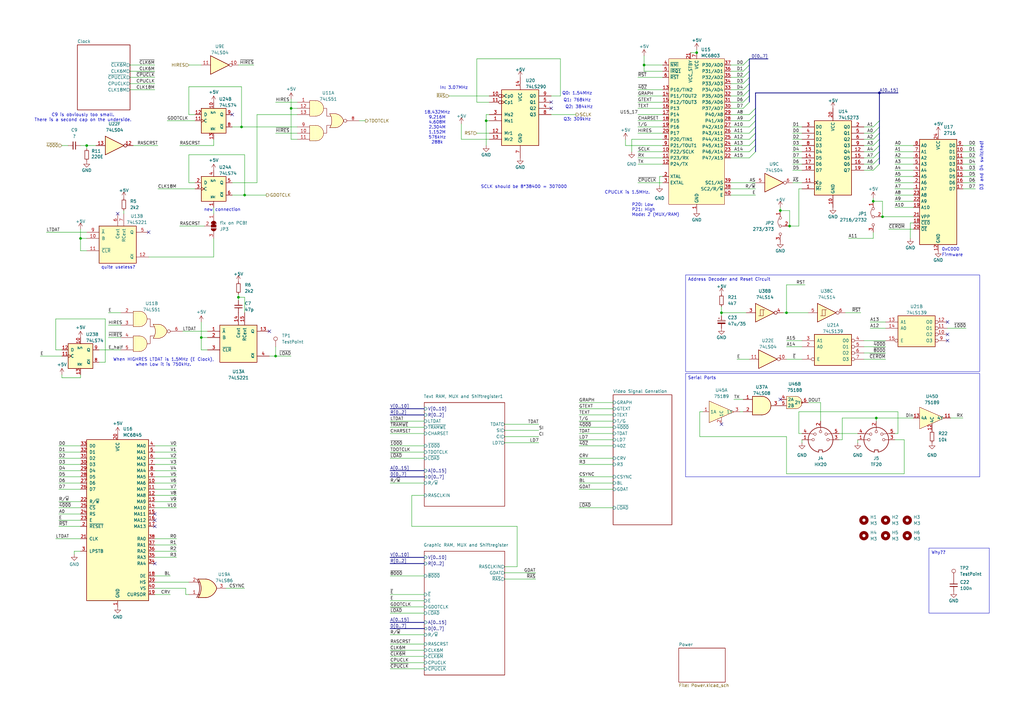
<source format=kicad_sch>
(kicad_sch (version 20231120) (generator "eeschema") (generator_version "8.0")
  (paper "A3")
  (title_block (title "EVA1 (Epson Video Adapter)") (date "2025-01-09") (rev "v0.1") (company "100% Offner") (comment 1 "v0.1: Initial Release"))
  (junction (at 33.02 97.79))
  (junction (at 113.03 146.05))
  (junction (at 358.14 82.55))
  (junction (at 359.41 171.45))
  (junction (at 199.39 49.53))
  (junction (at 295.91 128.27))
  (junction (at 361.95 88.9))
  (junction (at 97.79 121.92))
  (junction (at 99.06 52.07))
  (junction (at 264.16 26.67))
  (junction (at 322.58 128.27))
  (junction (at 35.56 59.69))
  (junction (at 100.33 80.01))
  (junction (at 285.75 21.59))
  (junction (at 320.04 86.36))
  (junction (at 119.38 44.45))
  (junction (at 323.85 92.71))
  (junction (at 82.55 138.43))
  (junction (at 360.68 38.1))
  (no_connect (at 63.5 213.36))
  (no_connect (at 388.62 132.08))
  (no_connect (at 95.25 46.99))
  (no_connect (at 388.62 139.7))
  (no_connect (at 226.06 41.91))
  (no_connect (at 63.5 215.9))
  (no_connect (at 226.06 44.45))
  (no_connect (at 388.62 137.16))
  (no_connect (at 48.26 87.63))
  (no_connect (at 110.49 135.89))
  (no_connect (at 63.5 231.14))
  (no_connect (at 60.96 95.25))
  (no_connect (at 320.04 163.83))
  (no_connect (at 295.91 173.99))
  (no_connect (at 63.5 210.82))
  (bus_entry (at 309.88 54.61) (size -2.54 2.54))
  (bus_entry (at 360.68 57.15) (size -2.54 2.54))
  (bus_entry (at 309.88 62.23) (size -2.54 2.54))
  (bus_entry (at 309.88 46.99) (size -2.54 2.54))
  (bus_entry (at 307.34 39.37) (size -2.54 2.54))
  (bus_entry (at 309.88 49.53) (size -2.54 2.54))
  (bus_entry (at 309.88 52.07) (size -2.54 2.54))
  (bus_entry (at 307.34 41.91) (size -2.54 2.54))
  (bus_entry (at 360.68 49.53) (size -2.54 2.54))
  (bus_entry (at 307.34 24.13) (size -2.54 2.54))
  (bus_entry (at 360.68 64.77) (size -2.54 2.54))
  (bus_entry (at 309.88 57.15) (size -2.54 2.54))
  (bus_entry (at 360.68 59.69) (size -2.54 2.54))
  (bus_entry (at 360.68 54.61) (size -2.54 2.54))
  (bus_entry (at 307.34 34.29) (size -2.54 2.54))
  (bus_entry (at 360.68 52.07) (size -2.54 2.54))
  (bus_entry (at 307.34 26.67) (size -2.54 2.54))
  (bus_entry (at 309.88 44.45) (size -2.54 2.54))
  (bus_entry (at 360.68 67.31) (size -2.54 2.54))
  (bus_entry (at 307.34 29.21) (size -2.54 2.54))
  (bus_entry (at 309.88 59.69) (size -2.54 2.54))
  (bus_entry (at 307.34 31.75) (size -2.54 2.54))
  (bus_entry (at 360.68 62.23) (size -2.54 2.54))
  (bus_entry (at 307.34 36.83) (size -2.54 2.54))
  (wire (pts (xy 370.84 180.34) (xy 370.84 194.31)))
  (wire (pts (xy 299.72 59.69) (xy 307.34 59.69)))
  (wire (pts (xy 44.45 138.43) (xy 49.53 138.43)))
  (wire (pts (xy 76.2 243.84) (xy 76.2 241.3)))
  (wire (pts (xy 299.72 62.23) (xy 307.34 62.23)))
  (wire (pts (xy 261.62 39.37) (xy 271.78 39.37)))
  (wire (pts (xy 237.49 165.1) (xy 251.46 165.1)))
  (wire (pts (xy 24.13 200.66) (xy 33.02 200.66)))
  (wire (pts (xy 63.5 208.28) (xy 72.39 208.28)))
  (wire (pts (xy 73.66 92.71) (xy 83.82 92.71)))
  (wire (pts (xy 160.02 274.32) (xy 173.99 274.32)))
  (wire (pts (xy 33.02 154.94) (xy 33.02 153.67)))
  (wire (pts (xy 322.58 116.84) (xy 330.2 116.84)))
  (wire (pts (xy 110.49 146.05) (xy 113.03 146.05)))
  (wire (pts (xy 299.72 80.01) (xy 309.88 80.01)))
  (bus (pts (xy 307.34 34.29) (xy 307.34 31.75)))
  (wire (pts (xy 95.25 74.93) (xy 105.41 74.93)))
  (wire (pts (xy 299.72 36.83) (xy 304.8 36.83)))
  (wire (pts (xy 53.34 36.83) (xy 63.5 36.83)))
  (wire (pts (xy 63.5 241.3) (xy 76.2 241.3)))
  (wire (pts (xy 22.86 220.98) (xy 33.02 220.98)))
  (bus (pts (xy 309.88 57.15) (xy 309.88 54.61)))
  (wire (pts (xy 367.03 74.93) (xy 374.65 74.93)))
  (wire (pts (xy 359.41 172.72) (xy 359.41 171.45)))
  (wire (pts (xy 200.66 57.15) (xy 189.23 57.15)))
  (wire (pts (xy 256.54 57.15) (xy 256.54 59.69)))
  (wire (pts (xy 73.66 59.69) (xy 87.63 59.69)))
  (wire (pts (xy 344.17 177.8) (xy 351.79 177.8)))
  (wire (pts (xy 77.47 26.67) (xy 82.55 26.67)))
  (wire (pts (xy 367.03 59.69) (xy 374.65 59.69)))
  (wire (pts (xy 322.58 179.07) (xy 287.02 179.07)))
  (wire (pts (xy 328.93 181.61) (xy 328.93 180.34)))
  (wire (pts (xy 364.49 93.98) (xy 374.65 93.98)))
  (wire (pts (xy 207.01 181.61) (xy 220.98 181.61)))
  (wire (pts (xy 95.25 52.07) (xy 99.06 52.07)))
  (bus (pts (xy 173.99 257.81) (xy 160.02 257.81)))
  (wire (pts (xy 394.97 74.93) (xy 400.05 74.93)))
  (wire (pts (xy 99.06 35.56) (xy 77.47 35.56)))
  (wire (pts (xy 160.02 246.38) (xy 173.99 246.38)))
  (wire (pts (xy 299.72 46.99) (xy 307.34 46.99)))
  (wire (pts (xy 63.5 228.6) (xy 72.39 228.6)))
  (wire (pts (xy 354.33 57.15) (xy 358.14 57.15)))
  (wire (pts (xy 299.72 77.47) (xy 309.88 77.47)))
  (wire (pts (xy 322.58 128.27) (xy 331.47 128.27)))
  (wire (pts (xy 354.33 52.07) (xy 358.14 52.07)))
  (wire (pts (xy 63.5 236.22) (xy 69.85 236.22)))
  (wire (pts (xy 325.12 54.61) (xy 328.93 54.61)))
  (wire (pts (xy 24.13 210.82) (xy 33.02 210.82)))
  (wire (pts (xy 336.55 165.1) (xy 336.55 172.72)))
  (wire (pts (xy 25.4 59.69) (xy 27.94 59.69)))
  (wire (pts (xy 322.58 194.31) (xy 322.58 179.07)))
  (wire (pts (xy 87.63 59.69) (xy 87.63 57.15)))
  (wire (pts (xy 303.53 168.91) (xy 304.8 168.91)))
  (bus (pts (xy 360.68 38.1) (xy 360.68 49.53)))
  (wire (pts (xy 168.91 215.9) (xy 168.91 203.2)))
  (wire (pts (xy 99.06 52.07) (xy 121.92 52.07)))
  (wire (pts (xy 173.99 260.35) (xy 160.02 260.35)))
  (wire (pts (xy 325.12 52.07) (xy 328.93 52.07)))
  (wire (pts (xy 24.13 193.04) (xy 33.02 193.04)))
  (wire (pts (xy 149.86 49.53) (xy 147.32 49.53)))
  (wire (pts (xy 200.66 49.53) (xy 199.39 49.53)))
  (wire (pts (xy 63.5 205.74) (xy 72.39 205.74)))
  (wire (pts (xy 261.62 54.61) (xy 271.78 54.61)))
  (wire (pts (xy 160.02 248.92) (xy 173.99 248.92)))
  (wire (pts (xy 40.64 143.51) (xy 49.53 143.51)))
  (wire (pts (xy 237.49 170.18) (xy 251.46 170.18)))
  (wire (pts (xy 325.12 57.15) (xy 328.93 57.15)))
  (wire (pts (xy 105.41 46.99) (xy 105.41 74.93)))
  (wire (pts (xy 259.08 57.15) (xy 259.08 62.23)))
  (wire (pts (xy 261.62 46.99) (xy 271.78 46.99)))
  (wire (pts (xy 25.4 154.94) (xy 33.02 154.94)))
  (wire (pts (xy 325.12 64.77) (xy 328.93 64.77)))
  (wire (pts (xy 327.66 168.91) (xy 368.3 168.91)))
  (wire (pts (xy 24.13 190.5) (xy 33.02 190.5)))
  (bus (pts (xy 307.34 26.67) (xy 307.34 24.13)))
  (wire (pts (xy 295.91 129.54) (xy 295.91 128.27)))
  (wire (pts (xy 113.03 142.24) (xy 113.03 146.05)))
  (wire (pts (xy 299.72 34.29) (xy 304.8 34.29)))
  (wire (pts (xy 44.45 133.35) (xy 49.53 133.35)))
  (wire (pts (xy 97.79 121.92) (xy 100.33 121.92)))
  (wire (pts (xy 325.12 67.31) (xy 328.93 67.31)))
  (wire (pts (xy 237.49 208.28) (xy 251.46 208.28)))
  (wire (pts (xy 207.01 237.49) (xy 219.71 237.49)))
  (wire (pts (xy 361.95 82.55) (xy 361.95 88.9)))
  (wire (pts (xy 367.03 69.85) (xy 374.65 69.85)))
  (wire (pts (xy 287.02 168.91) (xy 288.29 168.91)))
  (wire (pts (xy 82.55 138.43) (xy 85.09 138.43)))
  (wire (pts (xy 328.93 177.8) (xy 327.66 177.8)))
  (wire (pts (xy 24.13 187.96) (xy 33.02 187.96)))
  (wire (pts (xy 160.02 182.88) (xy 173.99 182.88)))
  (wire (pts (xy 261.62 64.77) (xy 271.78 64.77)))
  (wire (pts (xy 299.72 44.45) (xy 304.8 44.45)))
  (wire (pts (xy 237.49 167.64) (xy 251.46 167.64)))
  (wire (pts (xy 354.33 54.61) (xy 358.14 54.61)))
  (wire (pts (xy 394.97 62.23) (xy 400.05 62.23)))
  (wire (pts (xy 394.97 64.77) (xy 400.05 64.77)))
  (wire (pts (xy 374.65 91.44) (xy 373.38 91.44)))
  (wire (pts (xy 24.13 215.9) (xy 33.02 215.9)))
  (wire (pts (xy 43.18 148.59) (xy 43.18 130.81)))
  (wire (pts (xy 63.5 185.42) (xy 72.39 185.42)))
  (wire (pts (xy 299.72 57.15) (xy 307.34 57.15)))
  (wire (pts (xy 63.5 200.66) (xy 72.39 200.66)))
  (wire (pts (xy 367.03 77.47) (xy 374.65 77.47)))
  (wire (pts (xy 394.97 77.47) (xy 400.05 77.47)))
  (wire (pts (xy 104.14 26.67) (xy 97.79 26.67)))
  (wire (pts (xy 119.38 57.15) (xy 121.92 57.15)))
  (wire (pts (xy 199.39 46.99) (xy 199.39 49.53)))
  (wire (pts (xy 207.01 234.95) (xy 219.71 234.95)))
  (bus (pts (xy 173.99 193.04) (xy 160.02 193.04)))
  (wire (pts (xy 87.63 105.41) (xy 87.63 97.79)))
  (bus (pts (xy 360.68 64.77) (xy 360.68 62.23)))
  (wire (pts (xy 207.01 232.41) (xy 212.09 232.41)))
  (wire (pts (xy 77.47 35.56) (xy 77.47 46.99)))
  (wire (pts (xy 212.09 215.9) (xy 168.91 215.9)))
  (wire (pts (xy 363.22 147.32) (xy 354.33 147.32)))
  (wire (pts (xy 299.72 39.37) (xy 304.8 39.37)))
  (bus (pts (xy 360.68 38.1) (xy 368.3 38.1)))
  (wire (pts (xy 354.33 142.24) (xy 363.22 142.24)))
  (wire (pts (xy 100.33 80.01) (xy 109.22 80.01)))
  (wire (pts (xy 237.49 182.88) (xy 251.46 182.88)))
  (wire (pts (xy 24.13 182.88) (xy 33.02 182.88)))
  (bus (pts (xy 309.88 38.1) (xy 360.68 38.1)))
  (wire (pts (xy 264.16 29.21) (xy 271.78 29.21)))
  (wire (pts (xy 99.06 35.56) (xy 99.06 52.07)))
  (wire (pts (xy 322.58 142.24) (xy 328.93 142.24)))
  (wire (pts (xy 354.33 62.23) (xy 358.14 62.23)))
  (wire (pts (xy 359.41 171.45) (xy 374.65 171.45)))
  (bus (pts (xy 309.88 52.07) (xy 309.88 49.53)))
  (wire (pts (xy 261.62 44.45) (xy 271.78 44.45)))
  (wire (pts (xy 287.02 179.07) (xy 287.02 168.91)))
  (wire (pts (xy 226.06 39.37) (xy 229.87 39.37)))
  (wire (pts (xy 302.26 147.32) (xy 307.34 147.32)))
  (wire (pts (xy 100.33 80.01) (xy 100.33 63.5)))
  (wire (pts (xy 189.23 50.8) (xy 189.23 57.15)))
  (wire (pts (xy 300.99 163.83) (xy 304.8 163.83)))
  (wire (pts (xy 271.78 26.67) (xy 264.16 26.67)))
  (wire (pts (xy 100.33 63.5) (xy 77.47 63.5)))
  (wire (pts (xy 160.02 264.16) (xy 173.99 264.16)))
  (bus (pts (xy 160.02 167.64) (xy 173.99 167.64)))
  (wire (pts (xy 299.72 49.53) (xy 307.34 49.53)))
  (wire (pts (xy 388.62 134.62) (xy 396.24 134.62)))
  (wire (pts (xy 24.13 198.12) (xy 33.02 198.12)))
  (bus (pts (xy 173.99 195.58) (xy 160.02 195.58)))
  (wire (pts (xy 394.97 69.85) (xy 400.05 69.85)))
  (wire (pts (xy 63.5 226.06) (xy 72.39 226.06)))
  (wire (pts (xy 195.58 41.91) (xy 200.66 41.91)))
  (wire (pts (xy 24.13 205.74) (xy 33.02 205.74)))
  (bus (pts (xy 360.68 59.69) (xy 360.68 57.15)))
  (wire (pts (xy 261.62 36.83) (xy 271.78 36.83)))
  (wire (pts (xy 368.3 168.91) (xy 368.3 177.8)))
  (wire (pts (xy 119.38 40.64) (xy 119.38 44.45)))
  (wire (pts (xy 367.03 80.01) (xy 374.65 80.01)))
  (wire (pts (xy 323.85 86.36) (xy 323.85 92.71)))
  (bus (pts (xy 160.02 228.6) (xy 173.99 228.6)))
  (wire (pts (xy 63.5 198.12) (xy 72.39 198.12)))
  (wire (pts (xy 299.72 26.67) (xy 304.8 26.67)))
  (wire (pts (xy 237.49 198.12) (xy 251.46 198.12)))
  (bus (pts (xy 173.99 255.27) (xy 160.02 255.27)))
  (wire (pts (xy 325.12 59.69) (xy 328.93 59.69)))
  (wire (pts (xy 195.58 24.13) (xy 195.58 41.91)))
  (wire (pts (xy 63.5 190.5) (xy 72.39 190.5)))
  (wire (pts (xy 358.14 82.55) (xy 361.95 82.55)))
  (wire (pts (xy 237.49 200.66) (xy 251.46 200.66)))
  (wire (pts (xy 358.14 81.28) (xy 358.14 82.55)))
  (wire (pts (xy 270.51 72.39) (xy 270.51 76.2)))
  (wire (pts (xy 50.8 86.36) (xy 50.8 87.63)))
  (wire (pts (xy 367.03 64.77) (xy 374.65 64.77)))
  (wire (pts (xy 53.34 31.75) (xy 63.5 31.75)))
  (wire (pts (xy 100.33 121.92) (xy 100.33 128.27)))
  (wire (pts (xy 358.14 95.25) (xy 358.14 97.79)))
  (wire (pts (xy 270.51 72.39) (xy 271.78 72.39)))
  (wire (pts (xy 354.33 144.78) (xy 363.22 144.78)))
  (wire (pts (xy 259.08 57.15) (xy 271.78 57.15)))
  (wire (pts (xy 43.18 130.81) (xy 22.86 130.81)))
  (wire (pts (xy 160.02 236.22) (xy 173.99 236.22)))
  (bus (pts (xy 360.68 52.07) (xy 360.68 49.53)))
  (wire (pts (xy 24.13 213.36) (xy 33.02 213.36)))
  (wire (pts (xy 347.98 97.79) (xy 358.14 97.79)))
  (wire (pts (xy 327.66 92.71) (xy 327.66 77.47)))
  (wire (pts (xy 370.84 194.31) (xy 322.58 194.31)))
  (wire (pts (xy 63.5 238.76) (xy 77.47 238.76)))
  (wire (pts (xy 251.46 175.26) (xy 237.49 175.26)))
  (wire (pts (xy 237.49 187.96) (xy 251.46 187.96)))
  (wire (pts (xy 374.65 88.9) (xy 361.95 88.9)))
  (wire (pts (xy 199.39 49.53) (xy 199.39 59.69)))
  (wire (pts (xy 68.58 49.53) (xy 80.01 49.53)))
  (wire (pts (xy 33.02 97.79) (xy 33.02 102.87)))
  (wire (pts (xy 160.02 177.8) (xy 173.99 177.8)))
  (wire (pts (xy 63.5 193.04) (xy 72.39 193.04)))
  (wire (pts (xy 323.85 92.71) (xy 327.66 92.71)))
  (wire (pts (xy 354.33 59.69) (xy 358.14 59.69)))
  (wire (pts (xy 394.97 72.39) (xy 400.05 72.39)))
  (wire (pts (xy 63.5 223.52) (xy 72.39 223.52)))
  (bus (pts (xy 307.34 29.21) (xy 307.34 26.67)))
  (wire (pts (xy 33.02 102.87) (xy 35.56 102.87)))
  (bus (pts (xy 309.88 62.23) (xy 309.88 59.69)))
  (wire (pts (xy 327.66 177.8) (xy 327.66 168.91)))
  (wire (pts (xy 33.02 97.79) (xy 35.56 97.79)))
  (wire (pts (xy 63.5 187.96) (xy 72.39 187.96)))
  (wire (pts (xy 261.62 49.53) (xy 271.78 49.53)))
  (wire (pts (xy 33.02 93.98) (xy 33.02 97.79)))
  (bus (pts (xy 307.34 39.37) (xy 307.34 36.83)))
  (wire (pts (xy 105.41 46.99) (xy 121.92 46.99)))
  (wire (pts (xy 322.58 128.27) (xy 321.31 128.27)))
  (wire (pts (xy 40.64 148.59) (xy 43.18 148.59)))
  (wire (pts (xy 19.05 95.25) (xy 35.56 95.25)))
  (wire (pts (xy 63.5 195.58) (xy 72.39 195.58)))
  (wire (pts (xy 24.13 208.28) (xy 33.02 208.28)))
  (wire (pts (xy 299.72 41.91) (xy 304.8 41.91)))
  (wire (pts (xy 354.33 139.7) (xy 363.22 139.7)))
  (wire (pts (xy 25.4 153.67) (xy 25.4 154.94)))
  (wire (pts (xy 344.17 180.34) (xy 345.44 180.34)))
  (wire (pts (xy 256.54 59.69) (xy 271.78 59.69)))
  (wire (pts (xy 97.79 121.92) (xy 97.79 123.19)))
  (wire (pts (xy 299.72 54.61) (xy 307.34 54.61)))
  (wire (pts (xy 24.13 195.58) (xy 33.02 195.58)))
  (wire (pts (xy 237.49 172.72) (xy 251.46 172.72)))
  (wire (pts (xy 261.62 52.07) (xy 271.78 52.07)))
  (bus (pts (xy 307.34 36.83) (xy 307.34 34.29)))
  (wire (pts (xy 367.03 180.34) (xy 370.84 180.34)))
  (wire (pts (xy 207.01 179.07) (xy 220.98 179.07)))
  (wire (pts (xy 237.49 195.58) (xy 251.46 195.58)))
  (wire (pts (xy 261.62 67.31) (xy 271.78 67.31)))
  (wire (pts (xy 261.62 31.75) (xy 271.78 31.75)))
  (wire (pts (xy 325.12 74.93) (xy 328.93 74.93)))
  (wire (pts (xy 160.02 243.84) (xy 173.99 243.84)))
  (wire (pts (xy 261.62 41.91) (xy 271.78 41.91)))
  (wire (pts (xy 285.75 20.32) (xy 285.75 21.59)))
  (wire (pts (xy 320.04 86.36) (xy 323.85 86.36)))
  (wire (pts (xy 353.06 128.27) (xy 346.71 128.27)))
  (wire (pts (xy 367.03 67.31) (xy 374.65 67.31)))
  (wire (pts (xy 184.15 39.37) (xy 200.66 39.37)))
  (bus (pts (xy 309.88 54.61) (xy 309.88 52.07)))
  (wire (pts (xy 261.62 62.23) (xy 271.78 62.23)))
  (wire (pts (xy 295.91 128.27) (xy 295.91 125.73)))
  (wire (pts (xy 367.03 85.09) (xy 374.65 85.09)))
  (wire (pts (xy 33.02 226.06) (xy 30.48 226.06)))
  (wire (pts (xy 160.02 271.78) (xy 173.99 271.78)))
  (wire (pts (xy 64.77 77.47) (xy 80.01 77.47)))
  (wire (pts (xy 160.02 172.72) (xy 173.99 172.72)))
  (wire (pts (xy 367.03 72.39) (xy 374.65 72.39)))
  (wire (pts (xy 76.2 243.84) (xy 77.47 243.84)))
  (wire (pts (xy 160.02 269.24) (xy 173.99 269.24)))
  (bus (pts (xy 309.88 59.69) (xy 309.88 57.15)))
  (wire (pts (xy 168.91 203.2) (xy 173.99 203.2)))
  (wire (pts (xy 373.38 91.44) (xy 373.38 97.79)))
  (wire (pts (xy 119.38 44.45) (xy 121.92 44.45)))
  (wire (pts (xy 22.86 130.81) (xy 22.86 143.51)))
  (wire (pts (xy 77.47 74.93) (xy 80.01 74.93)))
  (wire (pts (xy 299.72 74.93) (xy 309.88 74.93)))
  (wire (pts (xy 345.44 171.45) (xy 345.44 180.34)))
  (wire (pts (xy 359.41 171.45) (xy 345.44 171.45)))
  (bus (pts (xy 160.02 231.14) (xy 173.99 231.14)))
  (wire (pts (xy 160.02 175.26) (xy 173.99 175.26)))
  (wire (pts (xy 173.99 198.12) (xy 160.02 198.12)))
  (wire (pts (xy 33.02 59.69) (xy 35.56 59.69)))
  (wire (pts (xy 237.49 190.5) (xy 251.46 190.5)))
  (wire (pts (xy 200.66 46.99) (xy 199.39 46.99)))
  (wire (pts (xy 63.5 182.88) (xy 72.39 182.88)))
  (bus (pts (xy 360.68 54.61) (xy 360.68 52.07)))
  (wire (pts (xy 24.13 185.42) (xy 33.02 185.42)))
  (wire (pts (xy 63.5 220.98) (xy 72.39 220.98)))
  (wire (pts (xy 35.56 60.96) (xy 35.56 59.69)))
  (wire (pts (xy 354.33 69.85) (xy 358.14 69.85)))
  (wire (pts (xy 63.5 243.84) (xy 69.85 243.84)))
  (wire (pts (xy 195.58 54.61) (xy 200.66 54.61)))
  (bus (pts (xy 309.88 49.53) (xy 309.88 46.99)))
  (wire (pts (xy 354.33 67.31) (xy 358.14 67.31)))
  (wire (pts (xy 299.72 52.07) (xy 307.34 52.07)))
  (wire (pts (xy 325.12 62.23) (xy 328.93 62.23)))
  (bus (pts (xy 309.88 46.99) (xy 309.88 44.45)))
  (wire (pts (xy 97.79 120.65) (xy 97.79 121.92)))
  (wire (pts (xy 207.01 176.53) (xy 220.98 176.53)))
  (wire (pts (xy 237.49 180.34) (xy 251.46 180.34)))
  (wire (pts (xy 53.34 26.67) (xy 63.5 26.67)))
  (wire (pts (xy 299.72 64.77) (xy 307.34 64.77)))
  (bus (pts (xy 307.34 31.75) (xy 307.34 29.21)))
  (wire (pts (xy 299.72 31.75) (xy 304.8 31.75)))
  (wire (pts (xy 95.25 80.01) (xy 100.33 80.01)))
  (wire (pts (xy 356.87 132.08) (xy 363.22 132.08)))
  (wire (pts (xy 87.63 87.63) (xy 87.63 85.09)))
  (wire (pts (xy 394.97 59.69) (xy 400.05 59.69)))
  (wire (pts (xy 322.58 128.27) (xy 322.58 116.84)))
  (wire (pts (xy 35.56 59.69) (xy 39.37 59.69)))
  (wire (pts (xy 160.02 251.46) (xy 173.99 251.46)))
  (wire (pts (xy 74.93 135.89) (xy 85.09 135.89)))
  (wire (pts (xy 295.91 128.27) (xy 306.07 128.27)))
  (wire (pts (xy 261.62 74.93) (xy 271.78 74.93)))
  (wire (pts (xy 207.01 173.99) (xy 220.98 173.99)))
  (wire (pts (xy 85.09 143.51) (xy 82.55 143.51)))
  (bus (pts (xy 309.88 38.1) (xy 309.88 44.45)))
  (wire (pts (xy 212.09 232.41) (xy 212.09 215.9)))
  (wire (pts (xy 229.87 24.13) (xy 195.58 24.13)))
  (wire (pts (xy 54.61 59.69) (xy 64.77 59.69)))
  (wire (pts (xy 113.03 146.05) (xy 119.38 146.05)))
  (bus (pts (xy 360.68 62.23) (xy 360.68 59.69)))
  (wire (pts (xy 16.51 146.05) (xy 25.4 146.05)))
  (wire (pts (xy 113.03 54.61) (xy 121.92 54.61)))
  (bus (pts (xy 307.34 24.13) (xy 314.96 24.13)))
  (wire (pts (xy 226.06 46.99) (xy 236.22 46.99)))
  (wire (pts (xy 82.55 132.08) (xy 82.55 138.43)))
  (wire (pts (xy 82.55 138.43) (xy 82.55 143.51)))
  (wire (pts (xy 264.16 26.67) (xy 264.16 29.21)))
  (wire (pts (xy 30.48 226.06) (xy 30.48 227.33)))
  (wire (pts (xy 22.86 143.51) (xy 25.4 143.51)))
  (wire (pts (xy 119.38 44.45) (xy 119.38 57.15)))
  (wire (pts (xy 368.3 177.8) (xy 367.03 177.8)))
  (bus (pts (xy 360.68 67.31) (xy 360.68 64.77)))
  (wire (pts (xy 356.87 134.62) (xy 363.22 134.62)))
  (wire (pts (xy 44.45 128.27) (xy 49.53 128.27)))
  (wire (pts (xy 354.33 64.77) (xy 358.14 64.77)))
  (bus (pts (xy 360.68 57.15) (xy 360.68 54.61)))
  (wire (pts (xy 367.03 82.55) (xy 374.65 82.55)))
  (wire (pts (xy 327.66 77.47) (xy 328.93 77.47)))
  (wire (pts (xy 113.03 41.91) (xy 121.92 41.91)))
  (bus (pts (xy 307.34 41.91) (xy 307.34 39.37)))
  (wire (pts (xy 60.96 105.41) (xy 87.63 105.41)))
  (wire (pts (xy 92.71 241.3) (xy 100.33 241.3)))
  (wire (pts (xy 351.79 181.61) (xy 351.79 180.34)))
  (wire (pts (xy 63.5 203.2) (xy 72.39 203.2)))
  (wire (pts (xy 331.47 165.1) (xy 336.55 165.1)))
  (wire (pts (xy 394.97 67.31) (xy 400.05 67.31)))
  (wire (pts (xy 237.49 177.8) (xy 251.46 177.8)))
  (wire (pts (xy 320.04 85.09) (xy 320.04 86.36)))
  (wire (pts (xy 229.87 39.37) (xy 229.87 24.13)))
  (wire (pts (xy 322.58 147.32) (xy 328.93 147.32)))
  (wire (pts (xy 322.58 139.7) (xy 328.93 139.7)))
  (wire (pts (xy 160.02 266.7) (xy 173.99 266.7)))
  (wire (pts (xy 53.34 29.21) (xy 63.5 29.21)))
  (wire (pts (xy 160.02 185.42) (xy 173.99 185.42)))
  (wire (pts (xy 299.72 29.21) (xy 304.8 29.21)))
  (wire (pts (xy 77.47 63.5) (xy 77.47 74.93)))
  (wire (pts (xy 325.12 69.85) (xy 328.93 69.85)))
  (bus (pts (xy 160.02 170.18) (xy 173.99 170.18)))
  (wire (pts (xy 285.75 21.59) (xy 283.21 21.59)))
  (wire (pts (xy 160.02 187.96) (xy 173.99 187.96)))
  (wire (pts (xy 264.16 22.86) (xy 264.16 26.67)))
  (wire (pts (xy 394.97 171.45) (xy 389.89 171.45)))
  (wire (pts (xy 53.34 34.29) (xy 63.5 34.29)))
  (wire (pts (xy 77.47 46.99) (xy 80.01 46.99)))
  (wire (pts (xy 367.03 62.23) (xy 374.65 62.23)))
  (text_box "Address Decoder and Reset Circuit\n" (at 281.178 112.776 0) (size 120.65 39.624) (effects (font (size 1.27 1.27)) (justify left top)))
  (text_box "Serial Ports" (at 281.178 153.162 0) (size 120.65 42.418) (effects (font (size 1.27 1.27)) (justify left top)))
  (text_box "Why??" (at 381 224.79 0) (size 24.765 26.67) (effects (font (size 1.27 1.27)) (justify left top)))
  (text "quite useless?" (at 48.514 109.728 0) (effects (font (size 1.27 1.27))))
  (text "P20: Low\nP21: High\nMode: 2 (MUX/RAM)" (at 259.08 88.9 0) (effects (font (size 1.27 1.27)) (justify left bottom)))
  (text "C9 is obviously too small.\nThere is a second cap on the underside." (at 34.036 48.26 0) (effects (font (size 1.27 1.27))))
  (text "Q1: 768kHz" (at 236.728 41.148 0) (effects (font (size 1.27 1.27))))
  (text "CPUCLK is 1.5MHz." (at 257.302 78.994 0) (effects (font (size 1.27 1.27))))
  (text "D3 and D4 switched!" (at 402.59 68.072 90) (effects (font (size 1.27 1.27))))
  (text "Q3: 309kHz" (at 236.728 49.022 0) (effects (font (size 1.27 1.27))))
  (text "SCLK should be 8*38400 = 307000" (at 214.884 76.708 0) (effects (font (size 1.27 1.27))))
  (text "When HIGHRES LTDAT is 1.5MHz (E Clock),\nwhen Low it is 750kHz." (at 67.056 148.59 0) (effects (font (size 1.27 1.27))))
  (text "Firmware" (at 390.652 104.648 0) (effects (font (size 1.27 1.27))))
  (text "18.432MHz\n9.216M\n4.608M\n2.304M\n1.152M\n576kHz\n288k" (at 179.324 52.324 0) (effects (font (size 1.27 1.27))))
  (text "new connection\n" (at 91.186 86.106 0) (effects (font (size 1.27 1.27))))
  (text "0xC000" (at 389.89 102.362 0) (effects (font (size 1.27 1.27))))
  (text "Q0: 1.54MHz" (at 236.728 38.354 0) (effects (font (size 1.27 1.27))))
  (text "In: 3.07MHz" (at 186.182 36.068 0) (effects (font (size 1.27 1.27))))
  (text "Q2: 384kHz" (at 237.49 43.942 0) (effects (font (size 1.27 1.27))))
  (label "A[0..15]" (at 160.02 193.04 0))
  (label "A15" (at 304.8 64.77 180))
  (label "A12" (at 356.87 134.62 0))
  (label "D5" (at 304.8 39.37 180))
  (label "A12" (at 304.8 57.15 180))
  (label "V9" (at 72.39 205.74 180))
  (label "A8" (at 304.8 46.99 180))
  (label "E" (at 160.02 246.38 0))
  (label "D3" (at 24.13 190.5 0))
  (label "D0" (at 24.13 182.88 0))
  (label "LTDAT" (at 160.02 172.72 0))
  (label "RASCRST" (at 73.66 59.69 0))
  (label "~{LOAD}" (at 160.02 187.96 0))
  (label "LTDAT" (at 74.93 135.89 0))
  (label "~{TRAMWE}" (at 160.02 175.26 0))
  (label "D1" (at 400.05 62.23 180))
  (label "RASCRST" (at 64.77 59.69 180))
  (label "~{CPUCLK}" (at 63.5 31.75 180))
  (label "TEXT" (at 237.49 170.18 0))
  (label "A4" (at 367.03 69.85 0))
  (label "A1" (at 367.03 62.23 0))
  (label "~{4000}" (at 24.13 208.28 0))
  (label "A14" (at 304.8 62.23 180))
  (label "E" (at 24.13 213.36 0))
  (label "A8" (at 367.03 80.01 0))
  (label "~{RST}" (at 261.62 31.75 0))
  (label "CLK6M" (at 63.5 29.21 180))
  (label "D[0..7]" (at 160.02 195.58 0))
  (label "~{AS}" (at 325.12 74.93 0))
  (label "~{CLK6M}" (at 160.02 269.24 0))
  (label "E_half" (at 44.45 143.51 0))
  (label "A15" (at 322.58 139.7 0))
  (label "~{RST}" (at 353.06 128.27 180))
  (label "D4" (at 325.12 62.23 0))
  (label "BL" (at 237.49 198.12 0))
  (label "D[0..7]" (at 160.02 257.81 0))
  (label "~{8000}" (at 160.02 236.22 0))
  (label "LD7" (at 220.98 181.61 180))
  (label "A2" (at 358.14 57.15 180))
  (label "GDOTCLK" (at 68.58 49.53 0))
  (label "D3" (at 304.8 34.29 180))
  (label "D3" (at 400.05 69.85 180))
  (label "~{8000}" (at 363.22 144.78 180))
  (label "HIRES" (at 113.03 41.91 0))
  (label "~{HIRES}" (at 104.14 26.67 180))
  (label "~{RST}" (at 24.13 215.9 0))
  (label "TEXT" (at 261.62 44.45 0))
  (label "D4" (at 400.05 67.31 180))
  (label "A10" (at 304.8 52.07 180))
  (label "D5" (at 24.13 195.58 0))
  (label "A3" (at 367.03 67.31 0))
  (label "D7" (at 325.12 64.77 0))
  (label "A1" (at 358.14 52.07 180))
  (label "CHARSET" (at 261.62 49.53 0))
  (label "RASCRST" (at 73.66 92.71 0))
  (label "D6" (at 24.13 198.12 0))
  (label "V[0..10]" (at 160.02 167.64 0))
  (label "A[0..15]" (at 360.68 38.1 0))
  (label "CRV" (at 69.85 243.84 180))
  (label "V0" (at 72.39 182.88 180))
  (label "E" (at 44.45 128.27 0))
  (label "D1" (at 304.8 29.21 180))
  (label "D4" (at 24.13 193.04 0))
  (label "A10" (at 367.03 85.09 0))
  (label "V4" (at 72.39 193.04 180))
  (label "~{4000}" (at 237.49 175.26 0))
  (label "D[0..7]" (at 314.96 24.13 180))
  (label "RASCRST" (at 160.02 264.16 0))
  (label "SI" (at 220.98 176.53 0))
  (label "V6" (at 72.39 198.12 180))
  (label "R[0..2]" (at 160.02 170.18 0))
  (label "HIRES" (at 44.45 133.35 0))
  (label "D6" (at 325.12 67.31 0))
  (label "D0" (at 304.8 26.67 180))
  (label "~{4000}" (at 363.22 142.24 180))
  (label "V7" (at 72.39 200.66 180))
  (label "RX" (at 261.62 64.77 0))
  (label "D5" (at 400.05 72.39 180))
  (label "~{HIRES}" (at 113.03 54.61 0))
  (label "R{slash}~{W}" (at 24.13 205.74 0))
  (label "BL" (at 69.85 236.22 180))
  (label "A5" (at 358.14 69.85 180))
  (label "V5" (at 72.39 195.58 180))
  (label "R[0..2]" (at 160.02 231.14 0))
  (label "TX" (at 261.62 67.31 0))
  (label "T{slash}G" (at 261.62 52.07 0))
  (label "R/~{W}" (at 160.02 198.12 0))
  (label "R/~{W}" (at 160.02 260.35 0))
  (label "D0" (at 400.05 59.69 180))
  (label "V3" (at 72.39 190.5 180))
  (label "GTEXT" (at 261.62 41.91 0))
  (label "CRV" (at 237.49 187.96 0))
  (label "V8" (at 72.39 203.2 180))
  (label "E" (at 302.26 147.32 0))
  (label "SCLK" (at 261.62 62.23 0))
  (label "GDAT" (at 219.71 234.95 180))
  (label "D2" (at 24.13 187.96 0))
  (label "A2" (at 367.03 64.77 0))
  (label "~{CPUCLK}" (at 160.02 274.32 0))
  (label "CSYNC" (at 100.33 241.3 180))
  (label "~{40Z}" (at 237.49 182.88 0))
  (label "A13" (at 356.87 132.08 0))
  (label "A7" (at 358.14 64.77 180))
  (label "~{CEROM}" (at 364.49 93.98 0))
  (label "CLK18M" (at 64.77 77.47 0))
  (label "CPUCLK" (at 160.02 271.78 0))
  (label "D7" (at 400.05 77.47 180))
  (label "~{CLK6M}" (at 63.5 26.67 180))
  (label "A5" (at 367.03 72.39 0))
  (label "V10" (at 72.39 208.28 180))
  (label "TX" (at 300.99 163.83 0))
  (label "D1" (at 24.13 185.42 0))
  (label "~{LOAD}" (at 119.38 146.05 180))
  (label "A[0..15]" (at 160.02 255.27 0))
  (label "GRAPH" (at 237.49 165.1 0))
  (label "CHARSET" (at 160.02 177.8 0))
  (label "DOUT" (at 336.55 165.1 180))
  (label "TDAT" (at 220.98 173.99 180))
  (label "CI" (at 220.98 179.07 0))
  (label "D5" (at 325.12 69.85 0))
  (label "V[0..10]" (at 160.02 228.6 0))
  (label "~{CEROM}" (at 363.22 147.32 180))
  (label "Din" (at 374.65 171.45 180))
  (label "A11" (at 304.8 54.61 180))
  (label "TDOTCLK" (at 160.02 185.42 0))
  (label "D4" (at 304.8 36.83 180))
  (label "GTEXT" (at 237.49 167.64 0))
  (label "A6" (at 367.03 74.93 0))
  (label "R2" (at 72.39 226.06 180))
  (label "~{1000}" (at 160.02 182.88 0))
  (label "A0" (at 358.14 54.61 180))
  (label "A3" (at 358.14 59.69 180))
  (label "R1" (at 72.39 223.52 180))
  (label "GDAT" (at 237.49 200.66 0))
  (label "HIRES" (at 261.62 54.61 0))
  (label "CPUCLK" (at 63.5 34.29 180))
  (label "A11" (at 347.98 97.79 0))
  (label "~{LOAD}" (at 160.02 251.46 0))
  (label "CLK18M" (at 63.5 36.83 180))
  (label "D1" (at 325.12 52.07 0))
  (label "U15_17" (at 261.62 46.99 180))
  (label "D3" (at 325.12 59.69 0))
  (label "~{RAS}" (at 219.71 237.49 180))
  (label "V2" (at 72.39 187.96 180))
  (label "D2" (at 400.05 64.77 180))
  (label "D6" (at 400.05 74.93 180))
  (label "D7" (at 24.13 200.66 0))
  (label "~{40Z}" (at 261.62 36.83 0))
  (label "A13" (at 304.8 59.69 180))
  (label "D0" (at 325.12 54.61 0))
  (label "R3" (at 72.39 228.6 180))
  (label "RX" (at 394.97 171.45 180))
  (label "A9" (at 304.8 49.53 180))
  (label "RST" (at 330.2 116.84 180))
  (label "D7" (at 304.8 44.45 180))
  (label "A9" (at 367.03 82.55 0))
  (label "A14" (at 322.58 142.24 0))
  (label "R3" (at 237.49 190.5 0))
  (label "~{LOAD}" (at 237.49 208.28 0))
  (label "LD7" (at 237.49 180.34 0))
  (label "CLK6M" (at 160.02 266.7 0))
  (label "D2" (at 304.8 31.75 180))
  (label "E" (at 309.88 80.01 180))
  (label "A7" (at 367.03 77.47 0))
  (label "R{slash}~{W}" (at 309.88 77.47 180))
  (label "~{1000}" (at 396.24 134.62 180))
  (label "AS" (at 309.88 74.93 180))
  (label "D6" (at 304.8 41.91 180))
  (label "A0" (at 24.13 210.82 0))
  (label "A4" (at 358.14 62.23 180))
  (label "LTDAT" (at 19.05 95.25 0))
  (label "~{E}" (at 325.12 147.32 0))
  (label "R0" (at 72.39 220.98 180))
  (label "A0" (at 367.03 59.69 0))
  (label "~{CPUCLK}" (at 261.62 74.93 0))
  (label "T/G" (at 237.49 172.72 0))
  (label "A6" (at 358.14 67.31 180))
  (label "E" (at 16.51 146.05 0))
  (label "V1" (at 72.39 185.42 180))
  (label "~{E}" (at 160.02 243.84 0))
  (label "GRAPH" (at 261.62 39.37 0))
  (label "D2" (at 325.12 57.15 0))
  (label "LTDAT" (at 22.86 220.98 0))
  (label "GDOTCLK" (at 160.02 248.92 0))
  (label "TDAT" (at 237.49 177.8 0))
  (label "~{HIRES}" (at 44.45 138.43 0))
  (label "CSYNC" (at 237.49 195.58 0))
  (hierarchical_label "HIRES" (shape input) (at 77.47 26.67 180))
  (hierarchical_label "RST" (shape input) (at 195.58 54.61 180))
  (hierarchical_label "~{4000}" (shape input) (at 25.4 59.69 180))
  (hierarchical_label "SCLK" (shape output) (at 236.22 46.99 0))
  (hierarchical_label "GDOTCLK" (shape output) (at 109.22 80.01 0))
  (hierarchical_label "~{RAS}" (shape input) (at 184.15 39.37 180))
  (hierarchical_label "TDOTCLK" (shape output) (at 149.86 49.53 0))
  (symbol (lib_id "GPU:MC6845") (at 48.26 213.36 0) (unit 1)
    (property "Reference" "U16" (at 50.4541 175.895 0) (effects (justify left)))
    (property "Value" "MC6845" (at 50.4541 178.435 0) (effects (justify left)))
    (property "Footprint" "Package_DIP:DIP-40_W15.24mm_Socket" (effects (hide yes)))
    (property "Datasheet" "http://pdf.datasheetcatalog.com/datasheet_pdf/motorola/MC6845L_and_MC6845P.pdf" (effects (hide yes)))
  )
  (symbol (lib_id "74xx:74LS14") (at 313.69 128.27 0) (unit 2)
    (property "Reference" "U38" (at 313.69 119.38 0))
    (property "Value" "74LS14" (at 313.69 121.92 0))
    (property "Footprint" "Package_DIP:DIP-14_W7.62mm" (effects (hide yes)))
    (property "Datasheet" "http://www.ti.com/lit/gpn/sn74LS14" (effects (hide yes)))
    (property "Description" "Hex inverter schmitt trigger" (effects (hide yes)))
  )
  (symbol (lib_id "power:+5V") (at 285.75 20.32 0) (unit 1)
    (property "Reference" "#PWR0102" (effects (hide yes)))
    (property "Value" "+5V" (at 285.75 16.51 0))
  )
  (symbol (lib_id "Connector:TestPoint") (at 391.16 237.49 0) (unit 1)
    (property "Reference" "TP2" (at 393.7 232.9179 0) (effects (justify left)))
    (property "Value" "TestPoint" (at 393.7 235.4579 0) (effects (justify left)))
    (property "Footprint" "TestPoint:TestPoint_Loop_D1.80mm_Drill1.0mm_Beaded" (effects (hide yes)))
    (property "Description" "test point" (effects (hide yes)))
  )
  (symbol (lib_id "power:GND") (at 391.16 242.57 0) (unit 1)
    (property "Reference" "#PWR0174" (effects (hide yes)))
    (property "Value" "GND" (at 391.16 246.38 0))
  )
  (symbol (lib_id "power:+5V") (at 320.04 85.09 0) (unit 1)
    (property "Reference" "#PWR081" (effects (hide yes)))
    (property "Value" "+5V" (at 320.04 81.915 0))
  )
  (symbol (lib_id "my_ics_new:75189") (at 295.91 168.91 0) (unit 1)
    (property "Reference" "U45" (at 295.91 160.02 0))
    (property "Value" "75189" (at 295.91 162.56 0))
    (property "Footprint" "Package_DIP:DIP-14_W7.62mm" (effects (hide yes)))
  )
  (symbol (lib_id "power:GND") (at 213.36 64.77 0) (unit 1)
    (property "Reference" "#PWR0175" (effects (hide yes)))
    (property "Value" "GND" (at 213.36 68.58 0))
  )
  (symbol (lib_id "power:+5V") (at 264.16 22.86 0) (unit 1)
    (property "Reference" "#PWR0101" (effects (hide yes)))
    (property "Value" "+5V" (at 264.16 19.05 0))
  )
  (symbol (lib_id "power:+5V") (at 82.55 132.08 0) (unit 1)
    (property "Reference" "#PWR0177" (effects (hide yes)))
    (property "Value" "+5V" (at 82.55 127.9469 0))
  )
  (symbol (lib_id "power:GND") (at 384.81 102.87 0) (unit 1)
    (property "Reference" "#PWR0111" (effects (hide yes)))
    (property "Value" "GND" (at 384.81 106.68 0))
  )
  (symbol (lib_id "power:+5V") (at 213.36 31.75 0) (unit 1)
    (property "Reference" "#PWR0173" (effects (hide yes)))
    (property "Value" "+5V" (at 213.36 28.575 0))
  )
  (symbol (lib_id "power:GND") (at 320.04 99.06 0) (unit 1)
    (property "Reference" "#PWR092" (effects (hide yes)))
    (property "Value" "GND" (at 320.04 102.87 0))
  )
  (symbol (lib_id "Jumper:SolderJumper_3_Bridged12") (at 87.63 92.71 270) (unit 1) (exclude_from_sim yes) (in_bom no)
    (property "Reference" "JP3" (at 90.17 93.9801 90) (effects (justify left)))
    (property "Value" "fix on PCB!" (at 90.17 91.4401 90) (effects (justify left)))
    (property "Footprint" "Jumper:SolderJumper-3_P1.3mm_Bridged12_RoundedPad1.0x1.5mm" (effects (hide yes)))
    (property "Description" "3-pole Solder Jumper, pins 1+2 closed/bridged" (effects (hide yes)))
  )
  (symbol (lib_id "my_ics_new:75189") (at 382.27 171.45 0) (unit 4)
    (property "Reference" "U45" (at 382.27 162.56 0))
    (property "Value" "75189" (at 382.27 165.1 0))
    (property "Footprint" "Package_DIP:DIP-14_W7.62mm" (effects (hide yes)))
  )
  (symbol (lib_id "power:GND") (at 295.91 134.62 0) (unit 1)
    (property "Reference" "#PWR090" (effects (hide yes)))
    (property "Value" "GND" (at 295.91 138.43 0))
  )
  (symbol (lib_id "power:GND") (at 328.93 181.61 0) (unit 1)
    (property "Reference" "#PWR0106" (effects (hide yes)))
    (property "Value" "GND" (at 328.93 186.69 0))
  )
  (symbol (lib_id "Device:R_Small") (at 295.91 123.19 180) (unit 1)
    (property "Reference" "R21" (at 298.45 121.9199 0) (effects (justify right)))
    (property "Value" "4k7" (at 298.45 124.4599 0) (effects (justify right)))
    (property "Footprint" "Resistor_THT:R_Axial_DIN0411_L9.9mm_D3.6mm_P12.70mm_Horizontal" (effects (hide yes)))
    (property "Description" "Resistor, small symbol" (effects (hide yes)))
  )
  (symbol (lib_id "my_ics_new:2716") (at 384.81 80.01 0) (unit 1)
    (property "Reference" "U17" (at 387.0041 52.07 0) (effects (justify left)))
    (property "Value" "2716" (at 387.0041 54.61 0) (effects (justify left)))
    (property "Footprint" "Package_DIP:DIP-24_W15.24mm" (effects (hide yes)))
    (property "Description" "OTP SRAM 16 KiBit, [Obsolete 2004-01], 2716" (effects (hide yes)))
  )
  (symbol (lib_id "74xx:74LS139") (at 375.92 134.62 0) (unit 2)
    (property "Reference" "U21" (at 375.92 125.73 0))
    (property "Value" "74LS139" (at 375.92 128.27 0))
    (property "Footprint" "Package_DIP:DIP-16_W7.62mm" (effects (hide yes)))
    (property "Datasheet" "http://www.ti.com/lit/ds/symlink/sn74ls139a.pdf" (effects (hide yes)))
    (property "Description" "Dual Decoder 1 of 4, Active low outputs" (effects (hide yes)))
  )
  (symbol (lib_id "Mechanical:MountingHole") (at 372.11 219.71 0) (unit 1) (exclude_from_sim yes) (in_bom no)
    (property "Reference" "H6" (at 374.65 218.4399 0) (effects (justify left)))
    (property "Value" "M3" (at 374.65 220.9799 0) (effects (justify left)))
    (property "Footprint" "MountingHole:MountingHole_3.2mm_M3" (effects (hide yes)))
    (property "Description" "Mounting Hole without connection" (effects (hide yes)))
  )
  (symbol (lib_id "power:GND") (at 35.56 66.04 0) (unit 1)
    (property "Reference" "#PWR0147" (effects (hide yes)))
    (property "Value" "GND" (at 35.56 69.85 0))
  )
  (symbol (lib_id "74xx:74LS273") (at 341.63 64.77 0) (unit 1)
    (property "Reference" "U14" (at 343.8241 45.72 0) (effects (justify left)))
    (property "Value" "74LS273" (at 343.8241 48.26 0) (effects (justify left)))
    (property "Footprint" "Package_DIP:DIP-20_W7.62mm" (effects (hide yes)))
    (property "Datasheet" "http://www.ti.com/lit/gpn/sn74LS273" (effects (hide yes)))
    (property "Description" "8-bit D Flip-Flop, reset" (effects (hide yes)))
  )
  (symbol (lib_id "74xx:74LS04") (at 314.96 147.32 0) (unit 5)
    (property "Reference" "U22" (at 314.96 139.7 0))
    (property "Value" "74LS04" (at 314.96 142.24 0))
    (property "Footprint" "Package_DIP:DIP-14_W7.62mm" (effects (hide yes)))
    (property "Datasheet" "http://www.ti.com/lit/gpn/sn74LS04" (effects (hide yes)))
    (property "Description" "Hex Inverter" (effects (hide yes)))
  )
  (symbol (lib_id "Device:C_Small") (at 391.16 240.03 0) (unit 1)
    (property "Reference" "C22" (at 393.7 238.7662 0) (effects (justify left)))
    (property "Value" "100n" (at 393.7 241.3062 0) (effects (justify left)))
    (property "Footprint" "Capacitor_THT:C_Disc_D4.7mm_W2.5mm_P5.00mm" (effects (hide yes)))
  )
  (symbol (lib_id "74xx:74LS04") (at 317.5 74.93 0) (unit 3)
    (property "Reference" "U9" (at 317.5 67.31 0))
    (property "Value" "74LS04" (at 317.5 69.85 0))
    (property "Footprint" "Package_DIP:DIP-14_W7.62mm" (effects (hide yes)))
    (property "Datasheet" "http://www.ti.com/lit/gpn/sn74LS04" (effects (hide yes)))
    (property "Description" "Hex Inverter" (effects (hide yes)))
  )
  (symbol (lib_id "74xx:74LS139") (at 341.63 142.24 0) (unit 1)
    (property "Reference" "U21" (at 341.63 133.35 0))
    (property "Value" "74LS139" (at 341.63 135.89 0))
    (property "Footprint" "Package_DIP:DIP-16_W7.62mm" (effects (hide yes)))
    (property "Datasheet" "http://www.ti.com/lit/ds/symlink/sn74ls139a.pdf" (effects (hide yes)))
    (property "Description" "Dual Decoder 1 of 4, Active low outputs" (effects (hide yes)))
  )
  (symbol (lib_id "power:+5V") (at 97.79 115.57 0) (unit 1)
    (property "Reference" "#PWR0183" (effects (hide yes)))
    (property "Value" "+5V" (at 97.79 112.395 0))
  )
  (symbol (lib_id "power:+5V") (at 50.8 81.28 0) (unit 1)
    (property "Reference" "#PWR0179" (effects (hide yes)))
    (property "Value" "+5V" (at 50.8 78.105 0))
  )
  (symbol (lib_id "my_ics_new:MC6803") (at 285.75 49.53 0) (unit 1)
    (property "Reference" "U15" (at 287.528 20.32 0) (effects (justify left)))
    (property "Value" "MC6803" (at 287.528 22.86 0) (effects (justify left)))
    (property "Footprint" "Package_DIP:DIP-40_W15.24mm_Socket" (effects (hide yes)))
  )
  (symbol (lib_id "74xx:74LS74") (at 87.63 49.53 0) (unit 2)
    (property "Reference" "U24" (at 89.8241 40.64 0) (effects (justify left)))
    (property "Value" "74LS74" (at 89.8241 43.18 0) (effects (justify left)))
    (property "Footprint" "Package_DIP:DIP-14_W7.62mm" (effects (hide yes)))
    (property "Datasheet" "74xx/74hc_hct74.pdf" (effects (hide yes)))
    (property "Description" "Dual D Flip-flop, Set & Reset" (effects (hide yes)))
  )
  (symbol (lib_id "Device:R_Small") (at 97.79 118.11 180) (unit 1)
    (property "Reference" "R6" (at 100.33 116.8399 0) (effects (justify right)))
    (property "Value" "2k2" (at 100.33 119.3799 0) (effects (justify right)))
    (property "Footprint" "Resistor_THT:R_Axial_DIN0411_L9.9mm_D3.6mm_P12.70mm_Horizontal" (effects (hide yes)))
    (property "Description" "Resistor, small symbol" (effects (hide yes)))
  )
  (symbol (lib_id "74xx:74LS74") (at 33.02 146.05 0) (unit 2)
    (property "Reference" "U23" (at 35.2141 137.16 0) (effects (justify left)))
    (property "Value" "74LS74" (at 35.2141 139.7 0) (effects (justify left)))
    (property "Footprint" "Package_DIP:DIP-14_W7.62mm" (effects (hide yes)))
    (property "Datasheet" "74xx/74hc_hct74.pdf" (effects (hide yes)))
    (property "Description" "Dual D Flip-flop, Set & Reset" (effects (hide yes)))
  )
  (symbol (lib_id "power:+5V") (at 384.81 54.61 0) (unit 1)
    (property "Reference" "#PWR0110" (effects (hide yes)))
    (property "Value" "+5V" (at 384.81 50.8 0))
  )
  (symbol (lib_id "74xx:74LS290") (at 213.36 46.99 0) (unit 1)
    (property "Reference" "U20" (at 215.5541 33.02 0) (effects (justify left)))
    (property "Value" "74LS290" (at 215.5541 35.56 0) (effects (justify left)))
    (property "Footprint" "Package_DIP:DIP-14_W7.62mm" (effects (hide yes)))
    (property "Datasheet" "http://www.ti.com/lit/gpn/sn74LS290" (effects (hide yes)))
    (property "Description" "4-bit BCD counter" (effects (hide yes)))
  )
  (symbol (lib_id "74xx:74LS04") (at 90.17 26.67 0) (unit 5)
    (property "Reference" "U9" (at 90.17 19.05 0))
    (property "Value" "74LS04" (at 90.17 21.59 0))
    (property "Footprint" "Package_DIP:DIP-14_W7.62mm" (effects (hide yes)))
    (property "Datasheet" "http://www.ti.com/lit/gpn/sn74LS04" (effects (hide yes)))
    (property "Description" "Hex Inverter" (effects (hide yes)))
  )
  (symbol (lib_id "74xx:74LS51") (at 134.62 49.53 0) (unit 1)
    (property "Reference" "U11" (at 134.62 38.1 0))
    (property "Value" "74LS51" (at 134.62 40.64 0))
    (property "Footprint" "Package_DIP:DIP-14_W7.62mm" (effects (hide yes)))
    (property "Datasheet" "http://www.ti.com/lit/ds/symlink/sn74ls51.pdf" (effects (hide yes)))
    (property "Description" "Dual 3- and 2-input AND-NOR ( S = /(AB[C] + DE[F]) )" (effects (hide yes)))
  )
  (symbol (lib_id "power:GND") (at 30.48 227.33 0) (unit 1)
    (property "Reference" "#PWR042" (effects (hide yes)))
    (property "Value" "GND" (at 30.48 231.4631 0))
  )
  (symbol (lib_id "Mechanical:MountingHole") (at 363.22 213.36 0) (unit 1) (exclude_from_sim yes) (in_bom no)
    (property "Reference" "H2" (at 365.76 212.0899 0) (effects (justify left)))
    (property "Value" "M3" (at 365.76 214.6299 0) (effects (justify left)))
    (property "Footprint" "MountingHole:MountingHole_3.2mm_M3" (effects (hide yes)))
    (property "Description" "Mounting Hole without connection" (effects (hide yes)))
  )
  (symbol (lib_id "power:GND") (at 373.38 97.79 0) (unit 1)
    (property "Reference" "#PWR0184" (effects (hide yes)))
    (property "Value" "GND" (at 373.38 101.6 0))
  )
  (symbol (lib_id "power:GND") (at 259.08 62.23 0) (unit 1)
    (property "Reference" "#PWR0167" (effects (hide yes)))
    (property "Value" "GND" (at 259.08 67.31 0))
  )
  (symbol (lib_id "power:+5V") (at 295.91 120.65 0) (unit 1)
    (property "Reference" "#PWR089" (effects (hide yes)))
    (property "Value" "+5V" (at 295.91 117.475 0))
  )
  (symbol (lib_id "power:GND") (at 199.39 59.69 0) (unit 1)
    (property "Reference" "#PWR0168" (effects (hide yes)))
    (property "Value" "GND" (at 199.39 63.5 0))
  )
  (symbol (lib_id "power:+5V") (at 87.63 41.91 0) (unit 1)
    (property "Reference" "#PWR0180" (effects (hide yes)))
    (property "Value" "+5V" (at 87.63 37.7769 0))
  )
  (symbol (lib_id "power:GND") (at 285.75 86.36 0) (unit 1)
    (property "Reference" "#PWR0104" (effects (hide yes)))
    (property "Value" "GND" (at 285.75 90.17 0))
  )
  (symbol (lib_id "power:+5V") (at 119.38 40.64 0) (unit 1)
    (property "Reference" "#PWR0178" (effects (hide yes)))
    (property "Value" "+5V" (at 119.38 36.5069 0))
  )
  (symbol (lib_id "power:+5V") (at 25.4 153.67 0) (unit 1)
    (property "Reference" "#PWR0164" (effects (hide yes)))
    (property "Value" "+5V" (at 25.4 149.5369 0))
  )
  (symbol (lib_id "power:GND") (at 48.26 248.92 0) (unit 1)
    (property "Reference" "#PWR046" (effects (hide yes)))
    (property "Value" "GND" (at 48.26 253.0531 0))
  )
  (symbol (lib_id "Mechanical:MountingHole") (at 354.33 213.36 0) (unit 1) (exclude_from_sim yes) (in_bom no)
    (property "Reference" "H1" (at 356.87 212.0899 0) (effects (justify left)))
    (property "Value" "M3" (at 356.87 214.6299 0) (effects (justify left)))
    (property "Footprint" "MountingHole:MountingHole_3.2mm_M3" (effects (hide yes)))
    (property "Description" "Mounting Hole without connection" (effects (hide yes)))
  )
  (symbol (lib_id "74xx:74LS74") (at 87.63 77.47 0) (unit 1)
    (property "Reference" "U24" (at 89.8241 68.58 0) (effects (justify left)))
    (property "Value" "74LS74" (at 89.8241 71.12 0) (effects (justify left)))
    (property "Footprint" "Package_DIP:DIP-14_W7.62mm" (effects (hide yes)))
    (property "Datasheet" "74xx/74hc_hct74.pdf" (effects (hide yes)))
    (property "Description" "Dual D Flip-flop, Set & Reset" (effects (hide yes)))
  )
  (symbol (lib_id "power:GND") (at 270.51 76.2 0) (unit 1)
    (property "Reference" "#PWR0103" (effects (hide yes)))
    (property "Value" "GND" (at 270.51 81.28 0))
  )
  (symbol (lib_id "Device:C_Small") (at 97.79 125.73 180) (unit 1)
    (property "Reference" "C7" (at 100.33 124.4535 0) (effects (justify right)))
    (property "Value" "47p" (at 100.33 126.9935 0) (effects (justify right)))
    (property "Footprint" "Capacitor_THT:C_Disc_D4.7mm_W2.5mm_P5.00mm" (effects (hide yes)))
  )
  (symbol (lib_id "Connector:DIN-5_180degree") (at 336.55 180.34 0) (unit 1)
    (property "Reference" "J4" (at 336.5501 187.96 0))
    (property "Value" "HX20" (at 336.5501 190.5 0))
    (property "Footprint" "my_own_conn:DIN-5_Stereo" (effects (hide yes)))
    (property "Datasheet" "http://www.mouser.com/ds/2/18/40_c091_abd_e-75918.pdf" (effects (hide yes)))
  )
  (symbol (lib_id "power:+5V") (at 87.63 69.85 0) (unit 1)
    (property "Reference" "#PWR0182" (effects (hide yes)))
    (property "Value" "+5V" (at 87.63 65.7169 0))
  )
  (symbol (lib_id "Device:C_Polarized_Small") (at 295.91 132.08 0) (unit 1)
    (property "Reference" "C23" (at 298.45 130.2638 0) (effects (justify left)))
    (property "Value" "47u/35" (at 298.45 132.8038 0) (effects (justify left)))
    (property "Footprint" "Capacitor_THT:CP_Radial_D5.0mm_P2.50mm" (effects (hide yes)))
    (property "Description" "Polarized capacitor, small symbol" (effects (hide yes)))
  )
  (symbol (lib_id "Device:R_Small") (at 50.8 83.82 180) (unit 1)
    (property "Reference" "R5" (at 53.34 82.5499 0) (effects (justify right)))
    (property "Value" "2k2" (at 53.34 85.0899 0) (effects (justify right)))
    (property "Footprint" "Resistor_THT:R_Axial_DIN0411_L9.9mm_D3.6mm_P12.70mm_Horizontal" (effects (hide yes)))
    (property "Description" "Resistor, small symbol" (effects (hide yes)))
  )
  (symbol (lib_id "74xx:74LS86") (at 85.09 241.3 0) (mirror x) (unit 1)
    (property "Reference" "U19" (at 91.948 235.585 0))
    (property "Value" "74LS86" (at 91.948 238.125 0))
    (property "Footprint" "Package_DIP:DIP-14_W7.62mm" (effects (hide yes)))
    (property "Datasheet" "74xx/74ls86.pdf" (effects (hide yes)))
    (property "Description" "Quad 2-input XOR" (effects (hide yes)))
  )
  (symbol (lib_id "74xx:74LS04") (at 46.99 59.69 0) (unit 6)
    (property "Reference" "U22" (at 46.99 50.8 0))
    (property "Value" "74LS04" (at 46.99 53.34 0))
    (property "Footprint" "Package_DIP:DIP-14_W7.62mm" (effects (hide yes)))
    (property "Datasheet" "http://www.ti.com/lit/gpn/sn74LS04" (effects (hide yes)))
    (property "Description" "Hex Inverter" (effects (hide yes)))
  )
  (symbol (lib_id "my_ics_new:75188") (at 325.12 165.1 0) (unit 2)
    (property "Reference" "U46" (at 325.9346 157.48 0))
    (property "Value" "75188" (at 325.9346 160.02 0))
    (property "Footprint" "Package_DIP:DIP-14_W7.62mm" (effects (hide yes)))
  )
  (symbol (lib_id "74xx:74LS14") (at 339.09 128.27 0) (unit 3)
    (property "Reference" "U38" (at 339.09 119.38 0))
    (property "Value" "74LS14" (at 339.09 121.92 0))
    (property "Footprint" "Package_DIP:DIP-14_W7.62mm" (effects (hide yes)))
    (property "Datasheet" "http://www.ti.com/lit/gpn/sn74LS14" (effects (hide yes)))
    (property "Description" "Hex inverter schmitt trigger" (effects (hide yes)))
  )
  (symbol (lib_id "Mechanical:MountingHole") (at 354.33 219.71 0) (unit 1) (exclude_from_sim yes) (in_bom no)
    (property "Reference" "H4" (at 356.87 218.4399 0) (effects (justify left)))
    (property "Value" "M3" (at 356.87 220.9799 0) (effects (justify left)))
    (property "Footprint" "MountingHole:MountingHole_3.2mm_M3" (effects (hide yes)))
    (property "Description" "Mounting Hole without connection" (effects (hide yes)))
  )
  (symbol (lib_id "74xx:74LS221") (at 97.79 140.97 0) (unit 1)
    (property "Reference" "U13" (at 97.79 152.4 0))
    (property "Value" "74LS221" (at 97.79 154.94 0))
    (property "Footprint" "Package_DIP:DIP-16_W7.62mm" (effects (hide yes)))
    (property "Datasheet" "http://www.ti.com/lit/gpn/sn74LS221" (effects (hide yes)))
    (property "Description" "Dual Monostable" (effects (hide yes)))
  )
  (symbol (lib_id "power:+5V") (at 33.02 93.98 0) (unit 1)
    (property "Reference" "#PWR0159" (effects (hide yes)))
    (property "Value" "+5V" (at 33.02 90.805 0))
  )
  (symbol (lib_id "Device:C_Small") (at 30.48 59.69 270) (unit 1)
    (property "Reference" "C9" (at 30.4736 53.34 90))
    (property "Value" "?" (at 30.4736 55.88 90))
    (property "Footprint" "Capacitor_THT:C_Disc_D4.7mm_W2.5mm_P5.00mm" (effects (hide yes)))
  )
  (symbol (lib_id "Device:R_Small") (at 382.27 179.07 0) (unit 1)
    (property "Reference" "R22" (at 384.81 177.7999 0) (effects (justify left)))
    (property "Value" "10k" (at 384.81 180.3399 0) (effects (justify left)))
    (property "Footprint" "Resistor_THT:R_Axial_DIN0411_L9.9mm_D3.6mm_P12.70mm_Horizontal" (effects (hide yes)))
    (property "Description" "Resistor, small symbol" (effects (hide yes)))
  )
  (symbol (lib_id "74xx:74LS08") (at 312.42 166.37 0) (unit 1)
    (property "Reference" "U37" (at 312.4117 158.75 0))
    (property "Value" "74LS08" (at 312.4117 161.29 0))
    (property "Footprint" "Package_DIP:DIP-14_W7.62mm" (effects (hide yes)))
    (property "Datasheet" "http://www.ti.com/lit/gpn/sn74LS08" (effects (hide yes)))
    (property "Description" "Quad And2" (effects (hide yes)))
  )
  (symbol (lib_id "power:+5V") (at 256.54 57.15 0) (unit 1)
    (property "Reference" "#PWR0166" (effects (hide yes)))
    (property "Value" "+5V" (at 256.54 53.34 0))
  )
  (symbol (lib_id "Jumper:Jumper_3_Bridged12") (at 320.04 92.71 90) (mirror x) (unit 1) (exclude_from_sim yes) (in_bom no)
    (property "Reference" "JP2" (at 317.5 91.4399 90) (effects (justify left)))
    (property "Value" "273/373" (at 317.5 93.9799 90) (effects (justify left)))
    (property "Footprint" "Connector_PinHeader_2.54mm:PinHeader_1x03_P2.54mm_Vertical" (effects (hide yes)))
    (property "Description" "Jumper, 3-pole, pins 1+2 closed/bridged" (effects (hide yes)))
  )
  (symbol (lib_id "power:+5V") (at 33.02 138.43 0) (unit 1)
    (property "Reference" "#PWR0176" (effects (hide yes)))
    (property "Value" "+5V" (at 33.02 134.2969 0))
  )
  (symbol (lib_id "74xx:74LS51") (at 62.23 135.89 0) (unit 2)
    (property "Reference" "U11" (at 62.23 124.46 0))
    (property "Value" "74LS51" (at 62.23 127 0))
    (property "Footprint" "Package_DIP:DIP-14_W7.62mm" (effects (hide yes)))
    (property "Datasheet" "http://www.ti.com/lit/ds/symlink/sn74ls51.pdf" (effects (hide yes)))
    (property "Description" "Dual 3- and 2-input AND-NOR ( S = /(AB[C] + DE[F]) )" (effects (hide yes)))
  )
  (symbol (lib_id "Mechanical:MountingHole") (at 372.11 213.36 0) (unit 1) (exclude_from_sim yes) (in_bom no)
    (property "Reference" "H3" (at 374.65 212.0899 0) (effects (justify left)))
    (property "Value" "M3" (at 374.65 214.6299 0) (effects (justify left)))
    (property "Footprint" "MountingHole:MountingHole_3.2mm_M3" (effects (hide yes)))
    (property "Description" "Mounting Hole without connection" (effects (hide yes)))
  )
  (symbol (lib_id "74xx:74LS221") (at 48.26 100.33 0) (unit 2)
    (property "Reference" "U13" (at 56.134 88.646 0))
    (property "Value" "74LS221" (at 56.134 91.186 0))
    (property "Footprint" "Package_DIP:DIP-16_W7.62mm" (effects (hide yes)))
    (property "Datasheet" "http://www.ti.com/lit/gpn/sn74LS221" (effects (hide yes)))
    (property "Description" "Dual Monostable" (effects (hide yes)))
  )
  (symbol (lib_id "power:+5V") (at 48.26 177.8 0) (unit 1)
    (property "Reference" "#PWR045" (effects (hide yes)))
    (property "Value" "+5V" (at 48.26 173.6669 0))
  )
  (symbol (lib_id "Connector:DIN-5_180degree") (at 359.41 180.34 0) (unit 1)
    (property "Reference" "J5" (at 359.4101 187.96 0))
    (property "Value" "TF20" (at 359.4101 190.5 0))
    (property "Footprint" "my_own_conn:DIN-5_Stereo" (effects (hide yes)))
    (property "Datasheet" "http://www.mouser.com/ds/2/18/40_c091_abd_e-75918.pdf" (effects (hide yes)))
  )
  (symbol (lib_id "Jumper:Jumper_3_Bridged12") (at 358.14 88.9 90) (mirror x) (unit 1) (exclude_from_sim yes) (in_bom no)
    (property "Reference" "JP1" (at 355.6 87.6299 90) (effects (justify left)))
    (property "Value" "2716/2732" (at 355.6 90.1699 90) (effects (justify left)))
    (property "Footprint" "Connector_PinHeader_2.54mm:PinHeader_1x03_P2.54mm_Vertical" (effects (hide yes)))
    (property "Description" "Jumper, 3-pole, pins 1+2 closed/bridged" (effects (hide yes)))
  )
  (symbol (lib_id "power:+5V") (at 341.63 44.45 0) (unit 1)
    (property "Reference" "#PWR0108" (effects (hide yes)))
    (property "Value" "+5V" (at 341.63 41.275 0))
  )
  (symbol (lib_id "power:GND") (at 382.27 181.61 0) (unit 1)
    (property "Reference" "#PWR078" (effects (hide yes)))
    (property "Value" "GND" (at 382.27 186.69 0))
  )
  (symbol (lib_id "Mechanical:MountingHole") (at 363.22 219.71 0) (unit 1) (exclude_from_sim yes) (in_bom no)
    (property "Reference" "H5" (at 365.76 218.4399 0) (effects (justify left)))
    (property "Value" "M3" (at 365.76 220.9799 0) (effects (justify left)))
    (property "Footprint" "MountingHole:MountingHole_3.2mm_M3" (effects (hide yes)))
    (property "Description" "Mounting Hole without connection" (effects (hide yes)))
  )
  (symbol (lib_id "power:+5V") (at 358.14 81.28 0) (unit 1)
    (property "Reference" "#PWR0165" (effects (hide yes)))
    (property "Value" "+5V" (at 358.14 77.47 0))
  )
  (symbol (lib_id "power:GND") (at 341.63 85.09 0) (unit 1)
    (property "Reference" "#PWR0107" (effects (hide yes)))
    (property "Value" "GND" (at 341.63 88.9 0))
  )
  (symbol (lib_id "Connector:TestPoint") (at 113.03 142.24 0) (unit 1)
    (property "Reference" "TP1" (at 115.57 137.6679 0) (effects (justify left)))
    (property "Value" "TestPoint" (at 115.57 140.2079 0) (effects (justify left)))
    (property "Footprint" "TestPoint:TestPoint_Loop_D1.80mm_Drill1.0mm_Beaded" (effects (hide yes)))
    (property "Description" "test point" (effects (hide yes)))
  )
  (symbol (lib_id "power:GND") (at 351.79 181.61 0) (unit 1)
    (property "Reference" "#PWR0105" (effects (hide yes)))
    (property "Value" "GND" (at 351.79 186.69 0))
  )
  (symbol (lib_id "Device:R_Small") (at 35.56 63.5 180) (unit 1)
    (property "Reference" "R11" (at 41.402 61.976 0) (effects (justify left)))
    (property "Value" "220E" (at 42.418 64.262 0) (effects (justify left)))
    (property "Footprint" "Resistor_THT:R_Axial_DIN0411_L9.9mm_D3.6mm_P12.70mm_Horizontal" (effects (hide yes)))
    (property "Description" "Resistor, small symbol" (effects (hide yes)))
  )
  (symbol (lib_id "power:+5V") (at 189.23 50.8 0) (unit 1)
    (property "Reference" "#PWR0163" (effects (hide yes)))
    (property "Value" "+5V" (at 189.23 47.625 0))
  )
  (sheet (at 173.99 226.06) (size 33.02 50.8) (stroke (width 0.1524))
    (property "Sheetname" "Graphic RAM, MUX and Shiftregister" (at 173.736 224.282 0) (effects (justify left bottom)))
    (property "Sheetfile" "GRAM.kicad_sch" (effects (hide yes)))
    (pin "A[0..15]" input (at 173.99 255.27 180))
    (pin "D[0..7]" bidirectional (at 173.99 257.81 180))
    (pin "R[0..2]" input (at 173.99 231.14 180))
    (pin "V[0..10]" input (at 173.99 228.6 180))
    (pin "~{8000}" input (at 173.99 236.22 180))
    (pin "~{E}" input (at 173.99 243.84 180))
    (pin "R{slash}~{W}" input (at 173.99 260.35 180))
    (pin "GDOTCLK" input (at 173.99 248.92 180))
    (pin "~{LOAD}" input (at 173.99 251.46 180))
    (pin "GDAT" output (at 207.01 234.95 0))
    (pin "~{RAS}" output (at 207.01 237.49 0))
    (pin "E" input (at 173.99 246.38 180))
    (pin "~{CLK6M}" input (at 173.99 269.24 180))
    (pin "CLK6M" input (at 173.99 266.7 180))
    (pin "CPUCLK" input (at 173.99 271.78 180))
    (pin "RASCRST" input (at 173.99 264.16 180))
    (pin "RASCLKIN" output (at 207.01 232.41 0))
    (pin "~{CPUCLK}" input (at 173.99 274.32 180))
  )
  (sheet (at 251.46 161.925) (size 24.13 53.34) (stroke (width 0.1524))
    (property "Sheetname" "Video Signal Genration" (at 251.46 161.2134 0) (effects (justify left bottom)))
    (property "Sheetfile" "videosignal.kicad_sch" (effects (hide yes)))
    (pin "TDAT" input (at 251.46 177.8 180))
    (pin "CRV" input (at 251.46 187.96 180))
    (pin "R3" input (at 251.46 190.5 180))
    (pin "GRAPH" input (at 251.46 165.1 180))
    (pin "T{slash}G" input (at 251.46 172.72 180))
    (pin "GDAT" input (at 251.46 200.66 180))
    (pin "GTEXT" input (at 251.46 167.64 180))
    (pin "TEXT" input (at 251.46 170.18 180))
    (pin "LD7" input (at 251.46 180.34 180))
    (pin "BL" input (at 251.46 198.12 180))
    (pin "~{4000}" input (at 251.46 175.26 180))
    (pin "~{LOAD}" input (at 251.46 208.28 180))
    (pin "40Z" input (at 251.46 182.88 180))
    (pin "CSYNC" input (at 251.46 195.58 180))
  )
  (sheet (at 278.384 265.811) (size 19.05 13.97) (stroke (width 0.1524))
    (property "Sheetname" "Power" (at 278.384 265.0994 0) (effects (justify left bottom)))
    (property "Sheetfile" "Power.kicad_sch" (at 278.384 280.3656 0) (effects (justify left top)))
  )
  (sheet (at 173.99 165.1) (size 33.02 42.545) (stroke (width 0.1524))
    (property "Sheetname" "Text RAM, MUX and Shiftregister1" (at 173.736 163.322 0) (effects (justify left bottom)))
    (property "Sheetfile" "TRAM.kicad_sch" (effects (hide yes)))
    (pin "A[0..15]" input (at 173.99 193.04 180))
    (pin "D[0..7]" bidirectional (at 173.99 195.58 180))
    (pin "V[0..10]" input (at 173.99 167.64 180))
    (pin "R{slash}~{W}" input (at 173.99 198.12 180))
    (pin "~{1000}" input (at 173.99 182.88 180))
    (pin "LTDAT" input (at 173.99 172.72 180))
    (pin "~{TRAMWE}" input (at 173.99 175.26 180))
    (pin "TDAT" output (at 207.01 173.99 0))
    (pin "~{LOAD}" input (at 173.99 187.96 180))
    (pin "TDOTCLK" input (at 173.99 185.42 180))
    (pin "SI" output (at 207.01 176.53 0))
    (pin "CI" output (at 207.01 179.07 0))
    (pin "CHARSET" input (at 173.99 177.8 180))
    (pin "LD7" output (at 207.01 181.61 0))
    (pin "RASCLKIN" input (at 173.99 203.2 180))
    (pin "R[0..2]" input (at 173.99 170.18 180))
  )
  (sheet (at 31.75 18.415) (size 21.59 26.67) (stroke (width 0.1524))
    (property "Sheetname" "Clock" (at 31.75 17.7034 0) (effects (justify left bottom)))
    (property "Sheetfile" "clock.kicad_sch" (effects (hide yes)))
    (pin "~{CLK6M}" output (at 53.34 26.67 0))
    (pin "CLK6M" output (at 53.34 29.21 0))
    (pin "~{CPUCLK}" output (at 53.34 31.75 0))
    (pin "CPUCLK" output (at 53.34 34.29 0))
    (pin "CLK18M" output (at 53.34 36.83 0))
  )
)
</source>
